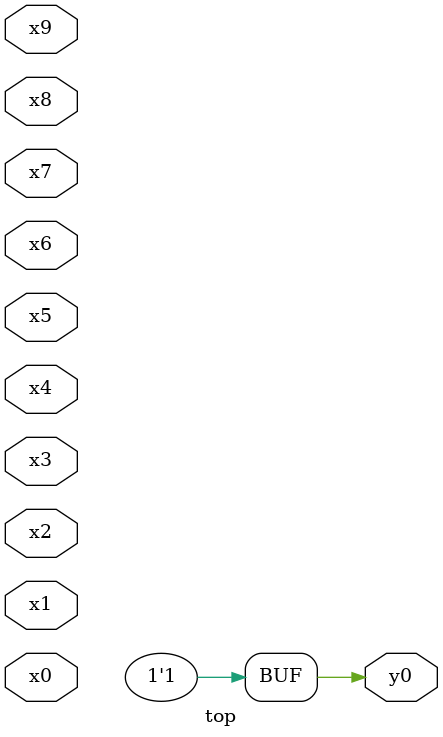
<source format=v>
module top( x0 , x1 , x2 , x3 , x4 , x5 , x6 , x7 , x8 , x9 , y0 );
  input x0 , x1 , x2 , x3 , x4 , x5 , x6 , x7 , x8 , x9 ;
  output y0 ;
  assign y0 = ~1'b0 ;
endmodule

</source>
